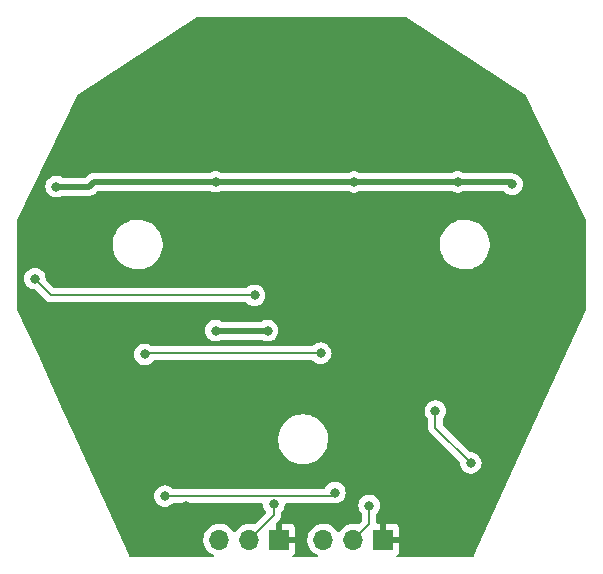
<source format=gbl>
%TF.GenerationSoftware,KiCad,Pcbnew,6.0.4-6f826c9f35~116~ubuntu20.04.1*%
%TF.CreationDate,2022-04-29T21:51:39-06:00*%
%TF.ProjectId,circle-small,63697263-6c65-42d7-936d-616c6c2e6b69,rev?*%
%TF.SameCoordinates,Original*%
%TF.FileFunction,Copper,L2,Bot*%
%TF.FilePolarity,Positive*%
%FSLAX46Y46*%
G04 Gerber Fmt 4.6, Leading zero omitted, Abs format (unit mm)*
G04 Created by KiCad (PCBNEW 6.0.4-6f826c9f35~116~ubuntu20.04.1) date 2022-04-29 21:51:39*
%MOMM*%
%LPD*%
G01*
G04 APERTURE LIST*
%TA.AperFunction,ComponentPad*%
%ADD10R,1.700000X1.700000*%
%TD*%
%TA.AperFunction,ComponentPad*%
%ADD11O,1.700000X1.700000*%
%TD*%
%TA.AperFunction,ViaPad*%
%ADD12C,0.800000*%
%TD*%
%TA.AperFunction,Conductor*%
%ADD13C,0.500000*%
%TD*%
%TA.AperFunction,Conductor*%
%ADD14C,0.200000*%
%TD*%
G04 APERTURE END LIST*
D10*
%TO.P,J2,1,Pin_1*%
%TO.N,GND*%
X59900000Y-69000000D03*
D11*
%TO.P,J2,2,Pin_2*%
%TO.N,/SIG_OUT*%
X57360000Y-69000000D03*
%TO.P,J2,3,Pin_3*%
%TO.N,VCC*%
X54820000Y-69000000D03*
%TD*%
D10*
%TO.P,J1,1,Pin_1*%
%TO.N,GND*%
X51100000Y-69000000D03*
D11*
%TO.P,J1,2,Pin_2*%
%TO.N,/SIG_IN*%
X48560000Y-69000000D03*
%TO.P,J1,3,Pin_3*%
%TO.N,VCC*%
X46020000Y-69000000D03*
%TD*%
D12*
%TO.N,GND*%
X60700000Y-47100000D03*
X69500000Y-55300000D03*
X64000000Y-27900000D03*
X53900000Y-25700000D03*
X40200000Y-28500000D03*
X64000000Y-61400000D03*
X50500000Y-55000000D03*
X44300000Y-54600000D03*
X44400000Y-67400000D03*
X31200000Y-41800000D03*
X30500000Y-50900000D03*
X41400000Y-67700000D03*
X54500000Y-44700000D03*
X47260000Y-44760000D03*
%TO.N,VCC*%
X50100000Y-51300000D03*
X45710000Y-51290000D03*
%TO.N,/SIG_OUT*%
X58700000Y-66100000D03*
%TO.N,Net-(D9-Pad2)*%
X41400000Y-65300000D03*
X55800000Y-65000000D03*
%TO.N,Net-(D8-Pad2)*%
X54600000Y-53200000D03*
X39700000Y-53300000D03*
%TO.N,Net-(D7-Pad2)*%
X64300000Y-58100000D03*
X67300000Y-62500000D03*
%TO.N,VCC*%
X66200000Y-38700000D03*
X32200978Y-39100000D03*
%TO.N,Net-(D1-Pad4)*%
X49000000Y-48300000D03*
X30400000Y-46900000D03*
%TO.N,/SIG_IN*%
X50625270Y-65999500D03*
%TO.N,GND*%
X43200000Y-66100000D03*
X48123553Y-66668397D03*
%TO.N,VCC*%
X57400000Y-38700000D03*
X70800000Y-38900000D03*
X45700000Y-38700000D03*
%TO.N,GND*%
X37500000Y-39900000D03*
X59600000Y-40100000D03*
X69800000Y-40100000D03*
X47300000Y-40100000D03*
X75800000Y-40200000D03*
%TD*%
D13*
%TO.N,GND*%
X54500000Y-44700000D02*
X47320000Y-44700000D01*
X47320000Y-44700000D02*
X47260000Y-44760000D01*
%TO.N,VCC*%
X50100000Y-51300000D02*
X45720000Y-51300000D01*
X45720000Y-51300000D02*
X45710000Y-51290000D01*
D14*
%TO.N,/SIG_OUT*%
X58700000Y-66100000D02*
X58700000Y-67660000D01*
X58700000Y-67660000D02*
X57360000Y-69000000D01*
%TO.N,/SIG_IN*%
X50625270Y-66934730D02*
X50625270Y-65999500D01*
X48560000Y-69000000D02*
X50625270Y-66934730D01*
%TO.N,Net-(D9-Pad2)*%
X41400000Y-65300000D02*
X55500000Y-65300000D01*
X55500000Y-65300000D02*
X55800000Y-65000000D01*
%TO.N,Net-(D8-Pad2)*%
X54600000Y-53200000D02*
X39800000Y-53200000D01*
X39800000Y-53200000D02*
X39700000Y-53300000D01*
%TO.N,Net-(D7-Pad2)*%
X67300000Y-62500000D02*
X64300000Y-59500000D01*
X64300000Y-59500000D02*
X64300000Y-58100000D01*
D13*
%TO.N,VCC*%
X57400000Y-38700000D02*
X66200000Y-38700000D01*
X66200000Y-38700000D02*
X70600000Y-38700000D01*
X35000000Y-39100000D02*
X32200978Y-39100000D01*
D14*
%TO.N,Net-(D1-Pad4)*%
X49000000Y-48300000D02*
X31800000Y-48300000D01*
X31800000Y-48300000D02*
X30400000Y-46900000D01*
D13*
%TO.N,GND*%
X43200000Y-66100000D02*
X47555156Y-66100000D01*
X47555156Y-66100000D02*
X48123553Y-66668397D01*
%TO.N,VCC*%
X45700000Y-38700000D02*
X57400000Y-38700000D01*
X70600000Y-38700000D02*
X70800000Y-38900000D01*
%TO.N,GND*%
X46998623Y-39798623D02*
X47300000Y-40100000D01*
X37601377Y-39798623D02*
X46998623Y-39798623D01*
%TO.N,VCC*%
X45700000Y-38700000D02*
X35400000Y-38700000D01*
%TO.N,GND*%
X37500000Y-39900000D02*
X37601377Y-39798623D01*
%TO.N,VCC*%
X35400000Y-38700000D02*
X35000000Y-39100000D01*
%TO.N,GND*%
X47300000Y-40100000D02*
X59600000Y-40100000D01*
X59600000Y-40100000D02*
X69800000Y-40100000D01*
X69800000Y-40100000D02*
X75700000Y-40100000D01*
X75700000Y-40100000D02*
X75800000Y-40200000D01*
%TD*%
%TA.AperFunction,Conductor*%
%TO.N,GND*%
G36*
X61830495Y-24728880D02*
G01*
X71825098Y-31230224D01*
X71869708Y-31280746D01*
X77028815Y-41890985D01*
X77041500Y-41946083D01*
X77041500Y-49462913D01*
X77030261Y-49514931D01*
X72242272Y-60078124D01*
X67613172Y-70290778D01*
X67555724Y-70417518D01*
X67509383Y-70471305D01*
X67440963Y-70491500D01*
X61119392Y-70491500D01*
X61051271Y-70471498D01*
X61004778Y-70417842D01*
X60994674Y-70347568D01*
X61024168Y-70282988D01*
X61043827Y-70264674D01*
X61105724Y-70218285D01*
X61118285Y-70205724D01*
X61194786Y-70103649D01*
X61203324Y-70088054D01*
X61248478Y-69967606D01*
X61252105Y-69952351D01*
X61257631Y-69901486D01*
X61258000Y-69894672D01*
X61258000Y-69272115D01*
X61253525Y-69256876D01*
X61252135Y-69255671D01*
X61244452Y-69254000D01*
X59772000Y-69254000D01*
X59703879Y-69233998D01*
X59657386Y-69180342D01*
X59646000Y-69128000D01*
X59646000Y-68727885D01*
X60154000Y-68727885D01*
X60158475Y-68743124D01*
X60159865Y-68744329D01*
X60167548Y-68746000D01*
X61239884Y-68746000D01*
X61255123Y-68741525D01*
X61256328Y-68740135D01*
X61257999Y-68732452D01*
X61257999Y-68105331D01*
X61257629Y-68098510D01*
X61252105Y-68047648D01*
X61248479Y-68032396D01*
X61203324Y-67911946D01*
X61194786Y-67896351D01*
X61118285Y-67794276D01*
X61105724Y-67781715D01*
X61003649Y-67705214D01*
X60988054Y-67696676D01*
X60867606Y-67651522D01*
X60852351Y-67647895D01*
X60801486Y-67642369D01*
X60794672Y-67642000D01*
X60172115Y-67642000D01*
X60156876Y-67646475D01*
X60155671Y-67647865D01*
X60154000Y-67655548D01*
X60154000Y-68727885D01*
X59646000Y-68727885D01*
X59646000Y-67660116D01*
X59641525Y-67644877D01*
X59640135Y-67643672D01*
X59632452Y-67642001D01*
X59434500Y-67642001D01*
X59366379Y-67621999D01*
X59319886Y-67568343D01*
X59308500Y-67516001D01*
X59308500Y-66830290D01*
X59328502Y-66762169D01*
X59340864Y-66745980D01*
X59434621Y-66641852D01*
X59434622Y-66641851D01*
X59439040Y-66636944D01*
X59534527Y-66471556D01*
X59593542Y-66289928D01*
X59613504Y-66100000D01*
X59612163Y-66087237D01*
X59594232Y-65916635D01*
X59594232Y-65916633D01*
X59593542Y-65910072D01*
X59534527Y-65728444D01*
X59439040Y-65563056D01*
X59311253Y-65421134D01*
X59156752Y-65308882D01*
X59150724Y-65306198D01*
X59150722Y-65306197D01*
X58988319Y-65233891D01*
X58988318Y-65233891D01*
X58982288Y-65231206D01*
X58888887Y-65211353D01*
X58801944Y-65192872D01*
X58801939Y-65192872D01*
X58795487Y-65191500D01*
X58604513Y-65191500D01*
X58598061Y-65192872D01*
X58598056Y-65192872D01*
X58511113Y-65211353D01*
X58417712Y-65231206D01*
X58411682Y-65233891D01*
X58411681Y-65233891D01*
X58249278Y-65306197D01*
X58249276Y-65306198D01*
X58243248Y-65308882D01*
X58088747Y-65421134D01*
X57960960Y-65563056D01*
X57865473Y-65728444D01*
X57806458Y-65910072D01*
X57805768Y-65916633D01*
X57805768Y-65916635D01*
X57787837Y-66087237D01*
X57786496Y-66100000D01*
X57806458Y-66289928D01*
X57865473Y-66471556D01*
X57960960Y-66636944D01*
X57965378Y-66641851D01*
X57965379Y-66641852D01*
X58059136Y-66745980D01*
X58089854Y-66809987D01*
X58091500Y-66830290D01*
X58091500Y-67355761D01*
X58071498Y-67423882D01*
X58054595Y-67444856D01*
X57845048Y-67654403D01*
X57782736Y-67688429D01*
X57718287Y-67684358D01*
X57718087Y-67685116D01*
X57714256Y-67684104D01*
X57713895Y-67684081D01*
X57713089Y-67683796D01*
X57708212Y-67682069D01*
X57703123Y-67681162D01*
X57703121Y-67681162D01*
X57493373Y-67643800D01*
X57493367Y-67643799D01*
X57488284Y-67642894D01*
X57414452Y-67641992D01*
X57270081Y-67640228D01*
X57270079Y-67640228D01*
X57264911Y-67640165D01*
X57044091Y-67673955D01*
X56831756Y-67743357D01*
X56801443Y-67759137D01*
X56686736Y-67818850D01*
X56633607Y-67846507D01*
X56629474Y-67849610D01*
X56629471Y-67849612D01*
X56554953Y-67905562D01*
X56454965Y-67980635D01*
X56300629Y-68142138D01*
X56193201Y-68299621D01*
X56138293Y-68344621D01*
X56067768Y-68352792D01*
X56004021Y-68321538D01*
X55983324Y-68297054D01*
X55902822Y-68172617D01*
X55902820Y-68172614D01*
X55900014Y-68168277D01*
X55749670Y-68003051D01*
X55745619Y-67999852D01*
X55745615Y-67999848D01*
X55578414Y-67867800D01*
X55578410Y-67867798D01*
X55574359Y-67864598D01*
X55378789Y-67756638D01*
X55373920Y-67754914D01*
X55373916Y-67754912D01*
X55173087Y-67683795D01*
X55173083Y-67683794D01*
X55168212Y-67682069D01*
X55163119Y-67681162D01*
X55163116Y-67681161D01*
X54953373Y-67643800D01*
X54953367Y-67643799D01*
X54948284Y-67642894D01*
X54874452Y-67641992D01*
X54730081Y-67640228D01*
X54730079Y-67640228D01*
X54724911Y-67640165D01*
X54504091Y-67673955D01*
X54291756Y-67743357D01*
X54261443Y-67759137D01*
X54146736Y-67818850D01*
X54093607Y-67846507D01*
X54089474Y-67849610D01*
X54089471Y-67849612D01*
X54014953Y-67905562D01*
X53914965Y-67980635D01*
X53760629Y-68142138D01*
X53634743Y-68326680D01*
X53540688Y-68529305D01*
X53480989Y-68744570D01*
X53457251Y-68966695D01*
X53470110Y-69189715D01*
X53471247Y-69194761D01*
X53471248Y-69194767D01*
X53488680Y-69272115D01*
X53519222Y-69407639D01*
X53603266Y-69614616D01*
X53654942Y-69698944D01*
X53717291Y-69800688D01*
X53719987Y-69805088D01*
X53866250Y-69973938D01*
X54038126Y-70116632D01*
X54231000Y-70229338D01*
X54235825Y-70231180D01*
X54235826Y-70231181D01*
X54279321Y-70247790D01*
X54335824Y-70290778D01*
X54360117Y-70357489D01*
X54344487Y-70426743D01*
X54293896Y-70476554D01*
X54234372Y-70491500D01*
X52319392Y-70491500D01*
X52251271Y-70471498D01*
X52204778Y-70417842D01*
X52194674Y-70347568D01*
X52224168Y-70282988D01*
X52243827Y-70264674D01*
X52305724Y-70218285D01*
X52318285Y-70205724D01*
X52394786Y-70103649D01*
X52403324Y-70088054D01*
X52448478Y-69967606D01*
X52452105Y-69952351D01*
X52457631Y-69901486D01*
X52458000Y-69894672D01*
X52458000Y-69272115D01*
X52453525Y-69256876D01*
X52452135Y-69255671D01*
X52444452Y-69254000D01*
X50972000Y-69254000D01*
X50903879Y-69233998D01*
X50857386Y-69180342D01*
X50846000Y-69128000D01*
X50846000Y-68727885D01*
X51354000Y-68727885D01*
X51358475Y-68743124D01*
X51359865Y-68744329D01*
X51367548Y-68746000D01*
X52439884Y-68746000D01*
X52455123Y-68741525D01*
X52456328Y-68740135D01*
X52457999Y-68732452D01*
X52457999Y-68105331D01*
X52457629Y-68098510D01*
X52452105Y-68047648D01*
X52448479Y-68032396D01*
X52403324Y-67911946D01*
X52394786Y-67896351D01*
X52318285Y-67794276D01*
X52305724Y-67781715D01*
X52203649Y-67705214D01*
X52188054Y-67696676D01*
X52067606Y-67651522D01*
X52052351Y-67647895D01*
X52001486Y-67642369D01*
X51994672Y-67642000D01*
X51372115Y-67642000D01*
X51356876Y-67646475D01*
X51355671Y-67647865D01*
X51354000Y-67655548D01*
X51354000Y-68727885D01*
X50846000Y-68727885D01*
X50846000Y-67642001D01*
X50847639Y-67642001D01*
X50847640Y-67594703D01*
X50879441Y-67541108D01*
X51021504Y-67399045D01*
X51033895Y-67388178D01*
X51052707Y-67373743D01*
X51059257Y-67368717D01*
X51083744Y-67336805D01*
X51083748Y-67336801D01*
X51156794Y-67241606D01*
X51218108Y-67093581D01*
X51229309Y-67008500D01*
X51233770Y-66974615D01*
X51233770Y-66974610D01*
X51239020Y-66934730D01*
X51234848Y-66903037D01*
X51233770Y-66886594D01*
X51233770Y-66729790D01*
X51253772Y-66661669D01*
X51266134Y-66645480D01*
X51359891Y-66541352D01*
X51359895Y-66541347D01*
X51364310Y-66536444D01*
X51459797Y-66371056D01*
X51518812Y-66189428D01*
X51519502Y-66182865D01*
X51536480Y-66021329D01*
X51563493Y-65955673D01*
X51621715Y-65915043D01*
X51661790Y-65908500D01*
X55451864Y-65908500D01*
X55468307Y-65909578D01*
X55500000Y-65913750D01*
X55508189Y-65912672D01*
X55539874Y-65908501D01*
X55539884Y-65908500D01*
X55539885Y-65908500D01*
X55550307Y-65907128D01*
X55620080Y-65897942D01*
X55662724Y-65899618D01*
X55698049Y-65907127D01*
X55698058Y-65907128D01*
X55704513Y-65908500D01*
X55895487Y-65908500D01*
X55901939Y-65907128D01*
X55901944Y-65907128D01*
X55988888Y-65888647D01*
X56082288Y-65868794D01*
X56166668Y-65831226D01*
X56250722Y-65793803D01*
X56250724Y-65793802D01*
X56256752Y-65791118D01*
X56411253Y-65678866D01*
X56539040Y-65536944D01*
X56634527Y-65371556D01*
X56693542Y-65189928D01*
X56713504Y-65000000D01*
X56693542Y-64810072D01*
X56634527Y-64628444D01*
X56539040Y-64463056D01*
X56411253Y-64321134D01*
X56256752Y-64208882D01*
X56250724Y-64206198D01*
X56250722Y-64206197D01*
X56088319Y-64133891D01*
X56088318Y-64133891D01*
X56082288Y-64131206D01*
X55988888Y-64111353D01*
X55901944Y-64092872D01*
X55901939Y-64092872D01*
X55895487Y-64091500D01*
X55704513Y-64091500D01*
X55698061Y-64092872D01*
X55698056Y-64092872D01*
X55611112Y-64111353D01*
X55517712Y-64131206D01*
X55511682Y-64133891D01*
X55511681Y-64133891D01*
X55349278Y-64206197D01*
X55349276Y-64206198D01*
X55343248Y-64208882D01*
X55188747Y-64321134D01*
X55060960Y-64463056D01*
X54965473Y-64628444D01*
X54962824Y-64626915D01*
X54925350Y-64670914D01*
X54856329Y-64691500D01*
X42130710Y-64691500D01*
X42062589Y-64671498D01*
X42037074Y-64649811D01*
X42015668Y-64626037D01*
X42015666Y-64626036D01*
X42011253Y-64621134D01*
X41856752Y-64508882D01*
X41850724Y-64506198D01*
X41850722Y-64506197D01*
X41688319Y-64433891D01*
X41688318Y-64433891D01*
X41682288Y-64431206D01*
X41588887Y-64411353D01*
X41501944Y-64392872D01*
X41501939Y-64392872D01*
X41495487Y-64391500D01*
X41304513Y-64391500D01*
X41298061Y-64392872D01*
X41298056Y-64392872D01*
X41211113Y-64411353D01*
X41117712Y-64431206D01*
X41111682Y-64433891D01*
X41111681Y-64433891D01*
X40949278Y-64506197D01*
X40949276Y-64506198D01*
X40943248Y-64508882D01*
X40788747Y-64621134D01*
X40660960Y-64763056D01*
X40565473Y-64928444D01*
X40506458Y-65110072D01*
X40486496Y-65300000D01*
X40487186Y-65306565D01*
X40499228Y-65421134D01*
X40506458Y-65489928D01*
X40565473Y-65671556D01*
X40660960Y-65836944D01*
X40665378Y-65841851D01*
X40665379Y-65841852D01*
X40732714Y-65916635D01*
X40788747Y-65978866D01*
X40943248Y-66091118D01*
X40949276Y-66093802D01*
X40949278Y-66093803D01*
X41111681Y-66166109D01*
X41117712Y-66168794D01*
X41211113Y-66188647D01*
X41298056Y-66207128D01*
X41298061Y-66207128D01*
X41304513Y-66208500D01*
X41495487Y-66208500D01*
X41501939Y-66207128D01*
X41501944Y-66207128D01*
X41588887Y-66188647D01*
X41682288Y-66168794D01*
X41688319Y-66166109D01*
X41850722Y-66093803D01*
X41850724Y-66093802D01*
X41856752Y-66091118D01*
X42011253Y-65978866D01*
X42037074Y-65950189D01*
X42097520Y-65912950D01*
X42130710Y-65908500D01*
X49588750Y-65908500D01*
X49656871Y-65928502D01*
X49703364Y-65982158D01*
X49714060Y-66021329D01*
X49731038Y-66182865D01*
X49731728Y-66189428D01*
X49790743Y-66371056D01*
X49886230Y-66536444D01*
X49937361Y-66593230D01*
X49968076Y-66657235D01*
X49959313Y-66727688D01*
X49932818Y-66766633D01*
X49045048Y-67654403D01*
X48982736Y-67688429D01*
X48918287Y-67684358D01*
X48918087Y-67685116D01*
X48914256Y-67684104D01*
X48913895Y-67684081D01*
X48913089Y-67683796D01*
X48908212Y-67682069D01*
X48903123Y-67681162D01*
X48903121Y-67681162D01*
X48693373Y-67643800D01*
X48693367Y-67643799D01*
X48688284Y-67642894D01*
X48614452Y-67641992D01*
X48470081Y-67640228D01*
X48470079Y-67640228D01*
X48464911Y-67640165D01*
X48244091Y-67673955D01*
X48031756Y-67743357D01*
X48001443Y-67759137D01*
X47886736Y-67818850D01*
X47833607Y-67846507D01*
X47829474Y-67849610D01*
X47829471Y-67849612D01*
X47754953Y-67905562D01*
X47654965Y-67980635D01*
X47500629Y-68142138D01*
X47393201Y-68299621D01*
X47338293Y-68344621D01*
X47267768Y-68352792D01*
X47204021Y-68321538D01*
X47183324Y-68297054D01*
X47102822Y-68172617D01*
X47102820Y-68172614D01*
X47100014Y-68168277D01*
X46949670Y-68003051D01*
X46945619Y-67999852D01*
X46945615Y-67999848D01*
X46778414Y-67867800D01*
X46778410Y-67867798D01*
X46774359Y-67864598D01*
X46578789Y-67756638D01*
X46573920Y-67754914D01*
X46573916Y-67754912D01*
X46373087Y-67683795D01*
X46373083Y-67683794D01*
X46368212Y-67682069D01*
X46363119Y-67681162D01*
X46363116Y-67681161D01*
X46153373Y-67643800D01*
X46153367Y-67643799D01*
X46148284Y-67642894D01*
X46074452Y-67641992D01*
X45930081Y-67640228D01*
X45930079Y-67640228D01*
X45924911Y-67640165D01*
X45704091Y-67673955D01*
X45491756Y-67743357D01*
X45461443Y-67759137D01*
X45346736Y-67818850D01*
X45293607Y-67846507D01*
X45289474Y-67849610D01*
X45289471Y-67849612D01*
X45214953Y-67905562D01*
X45114965Y-67980635D01*
X44960629Y-68142138D01*
X44834743Y-68326680D01*
X44740688Y-68529305D01*
X44680989Y-68744570D01*
X44657251Y-68966695D01*
X44670110Y-69189715D01*
X44671247Y-69194761D01*
X44671248Y-69194767D01*
X44688680Y-69272115D01*
X44719222Y-69407639D01*
X44803266Y-69614616D01*
X44854942Y-69698944D01*
X44917291Y-69800688D01*
X44919987Y-69805088D01*
X45066250Y-69973938D01*
X45238126Y-70116632D01*
X45431000Y-70229338D01*
X45435825Y-70231180D01*
X45435826Y-70231181D01*
X45479321Y-70247790D01*
X45535824Y-70290778D01*
X45560117Y-70357489D01*
X45544487Y-70426743D01*
X45493896Y-70476554D01*
X45434372Y-70491500D01*
X38509037Y-70491500D01*
X38440916Y-70471498D01*
X38394276Y-70417518D01*
X38336829Y-70290778D01*
X33959103Y-60632703D01*
X50990743Y-60632703D01*
X51028268Y-60917734D01*
X51104129Y-61195036D01*
X51216923Y-61459476D01*
X51364561Y-61706161D01*
X51544313Y-61930528D01*
X51752851Y-62128423D01*
X51986317Y-62296186D01*
X51990112Y-62298195D01*
X51990113Y-62298196D01*
X52011869Y-62309715D01*
X52240392Y-62430712D01*
X52510373Y-62529511D01*
X52791264Y-62590755D01*
X52819841Y-62593004D01*
X53014282Y-62608307D01*
X53014291Y-62608307D01*
X53016739Y-62608500D01*
X53172271Y-62608500D01*
X53174407Y-62608354D01*
X53174418Y-62608354D01*
X53382548Y-62594165D01*
X53382554Y-62594164D01*
X53386825Y-62593873D01*
X53391020Y-62593004D01*
X53391022Y-62593004D01*
X53527583Y-62564724D01*
X53668342Y-62535574D01*
X53939343Y-62439607D01*
X54194812Y-62307750D01*
X54198313Y-62305289D01*
X54198317Y-62305287D01*
X54312417Y-62225096D01*
X54430023Y-62142441D01*
X54640622Y-61946740D01*
X54822713Y-61724268D01*
X54972927Y-61479142D01*
X55088483Y-61215898D01*
X55167244Y-60939406D01*
X55207751Y-60654784D01*
X55207845Y-60636951D01*
X55209235Y-60371583D01*
X55209235Y-60371576D01*
X55209257Y-60367297D01*
X55171732Y-60082266D01*
X55095871Y-59804964D01*
X54983077Y-59540524D01*
X54835439Y-59293839D01*
X54655687Y-59069472D01*
X54447149Y-58871577D01*
X54213683Y-58703814D01*
X54191843Y-58692250D01*
X54096657Y-58641852D01*
X53959608Y-58569288D01*
X53689627Y-58470489D01*
X53408736Y-58409245D01*
X53377685Y-58406801D01*
X53185718Y-58391693D01*
X53185709Y-58391693D01*
X53183261Y-58391500D01*
X53027729Y-58391500D01*
X53025593Y-58391646D01*
X53025582Y-58391646D01*
X52817452Y-58405835D01*
X52817446Y-58405836D01*
X52813175Y-58406127D01*
X52808980Y-58406996D01*
X52808978Y-58406996D01*
X52672417Y-58435276D01*
X52531658Y-58464426D01*
X52260657Y-58560393D01*
X52005188Y-58692250D01*
X52001687Y-58694711D01*
X52001683Y-58694713D01*
X51991594Y-58701804D01*
X51769977Y-58857559D01*
X51559378Y-59053260D01*
X51377287Y-59275732D01*
X51227073Y-59520858D01*
X51111517Y-59784102D01*
X51032756Y-60060594D01*
X50992249Y-60345216D01*
X50992227Y-60349505D01*
X50992226Y-60349512D01*
X50990765Y-60628417D01*
X50990743Y-60632703D01*
X33959103Y-60632703D01*
X33707728Y-60078124D01*
X32811102Y-58100000D01*
X63386496Y-58100000D01*
X63406458Y-58289928D01*
X63465473Y-58471556D01*
X63560960Y-58636944D01*
X63565378Y-58641851D01*
X63565379Y-58641852D01*
X63659136Y-58745980D01*
X63689854Y-58809987D01*
X63691500Y-58830290D01*
X63691500Y-59451864D01*
X63690422Y-59468307D01*
X63686250Y-59500000D01*
X63691500Y-59539880D01*
X63691500Y-59539885D01*
X63704609Y-59639457D01*
X63707162Y-59658851D01*
X63768476Y-59806876D01*
X63773503Y-59813427D01*
X63773504Y-59813429D01*
X63841520Y-59902069D01*
X63841526Y-59902075D01*
X63866013Y-59933987D01*
X63872568Y-59939017D01*
X63891379Y-59953452D01*
X63903770Y-59964319D01*
X66350281Y-62410830D01*
X66384307Y-62473142D01*
X66386841Y-62496716D01*
X66386496Y-62500000D01*
X66406458Y-62689928D01*
X66465473Y-62871556D01*
X66560960Y-63036944D01*
X66688747Y-63178866D01*
X66843248Y-63291118D01*
X66849276Y-63293802D01*
X66849278Y-63293803D01*
X67011681Y-63366109D01*
X67017712Y-63368794D01*
X67111113Y-63388647D01*
X67198056Y-63407128D01*
X67198061Y-63407128D01*
X67204513Y-63408500D01*
X67395487Y-63408500D01*
X67401939Y-63407128D01*
X67401944Y-63407128D01*
X67488887Y-63388647D01*
X67582288Y-63368794D01*
X67588319Y-63366109D01*
X67750722Y-63293803D01*
X67750724Y-63293802D01*
X67756752Y-63291118D01*
X67911253Y-63178866D01*
X68039040Y-63036944D01*
X68134527Y-62871556D01*
X68193542Y-62689928D01*
X68213504Y-62500000D01*
X68193542Y-62310072D01*
X68134527Y-62128444D01*
X68039040Y-61963056D01*
X67911253Y-61821134D01*
X67756752Y-61708882D01*
X67750724Y-61706198D01*
X67750722Y-61706197D01*
X67588319Y-61633891D01*
X67588318Y-61633891D01*
X67582288Y-61631206D01*
X67488888Y-61611353D01*
X67401944Y-61592872D01*
X67401939Y-61592872D01*
X67395487Y-61591500D01*
X67304239Y-61591500D01*
X67236118Y-61571498D01*
X67215144Y-61554595D01*
X64945405Y-59284856D01*
X64911379Y-59222544D01*
X64908500Y-59195761D01*
X64908500Y-58830290D01*
X64928502Y-58762169D01*
X64940864Y-58745980D01*
X65034621Y-58641852D01*
X65034622Y-58641851D01*
X65039040Y-58636944D01*
X65134527Y-58471556D01*
X65193542Y-58289928D01*
X65213504Y-58100000D01*
X65193542Y-57910072D01*
X65134527Y-57728444D01*
X65039040Y-57563056D01*
X64911253Y-57421134D01*
X64756752Y-57308882D01*
X64750724Y-57306198D01*
X64750722Y-57306197D01*
X64588319Y-57233891D01*
X64588318Y-57233891D01*
X64582288Y-57231206D01*
X64488887Y-57211353D01*
X64401944Y-57192872D01*
X64401939Y-57192872D01*
X64395487Y-57191500D01*
X64204513Y-57191500D01*
X64198061Y-57192872D01*
X64198056Y-57192872D01*
X64111113Y-57211353D01*
X64017712Y-57231206D01*
X64011682Y-57233891D01*
X64011681Y-57233891D01*
X63849278Y-57306197D01*
X63849276Y-57306198D01*
X63843248Y-57308882D01*
X63688747Y-57421134D01*
X63560960Y-57563056D01*
X63465473Y-57728444D01*
X63406458Y-57910072D01*
X63386496Y-58100000D01*
X32811102Y-58100000D01*
X30635401Y-53300000D01*
X38786496Y-53300000D01*
X38787186Y-53306565D01*
X38796608Y-53396206D01*
X38806458Y-53489928D01*
X38865473Y-53671556D01*
X38960960Y-53836944D01*
X39088747Y-53978866D01*
X39243248Y-54091118D01*
X39249276Y-54093802D01*
X39249278Y-54093803D01*
X39411681Y-54166109D01*
X39417712Y-54168794D01*
X39511112Y-54188647D01*
X39598056Y-54207128D01*
X39598061Y-54207128D01*
X39604513Y-54208500D01*
X39795487Y-54208500D01*
X39801939Y-54207128D01*
X39801944Y-54207128D01*
X39888888Y-54188647D01*
X39982288Y-54168794D01*
X39988319Y-54166109D01*
X40150722Y-54093803D01*
X40150724Y-54093802D01*
X40156752Y-54091118D01*
X40311253Y-53978866D01*
X40427114Y-53850190D01*
X40487559Y-53812950D01*
X40520749Y-53808500D01*
X53869290Y-53808500D01*
X53937411Y-53828502D01*
X53962926Y-53850189D01*
X53988747Y-53878866D01*
X54010329Y-53894546D01*
X54126385Y-53978866D01*
X54143248Y-53991118D01*
X54149276Y-53993802D01*
X54149278Y-53993803D01*
X54311681Y-54066109D01*
X54317712Y-54068794D01*
X54404479Y-54087237D01*
X54498056Y-54107128D01*
X54498061Y-54107128D01*
X54504513Y-54108500D01*
X54695487Y-54108500D01*
X54701939Y-54107128D01*
X54701944Y-54107128D01*
X54795521Y-54087237D01*
X54882288Y-54068794D01*
X54888319Y-54066109D01*
X55050722Y-53993803D01*
X55050724Y-53993802D01*
X55056752Y-53991118D01*
X55073616Y-53978866D01*
X55112157Y-53950864D01*
X55211253Y-53878866D01*
X55339040Y-53736944D01*
X55434527Y-53571556D01*
X55493542Y-53389928D01*
X55513504Y-53200000D01*
X55504052Y-53110072D01*
X55494232Y-53016635D01*
X55494232Y-53016633D01*
X55493542Y-53010072D01*
X55434527Y-52828444D01*
X55339040Y-52663056D01*
X55252944Y-52567436D01*
X55215675Y-52526045D01*
X55215674Y-52526044D01*
X55211253Y-52521134D01*
X55056752Y-52408882D01*
X55050724Y-52406198D01*
X55050722Y-52406197D01*
X54888319Y-52333891D01*
X54888318Y-52333891D01*
X54882288Y-52331206D01*
X54788888Y-52311353D01*
X54701944Y-52292872D01*
X54701939Y-52292872D01*
X54695487Y-52291500D01*
X54504513Y-52291500D01*
X54498061Y-52292872D01*
X54498056Y-52292872D01*
X54411112Y-52311353D01*
X54317712Y-52331206D01*
X54311682Y-52333891D01*
X54311681Y-52333891D01*
X54149278Y-52406197D01*
X54149276Y-52406198D01*
X54143248Y-52408882D01*
X53988747Y-52521134D01*
X53984334Y-52526036D01*
X53984332Y-52526037D01*
X53962926Y-52549811D01*
X53902480Y-52587050D01*
X53869290Y-52591500D01*
X40311405Y-52591500D01*
X40243284Y-52571498D01*
X40237344Y-52567436D01*
X40162094Y-52512763D01*
X40162093Y-52512762D01*
X40156752Y-52508882D01*
X40150724Y-52506198D01*
X40150722Y-52506197D01*
X39988319Y-52433891D01*
X39988318Y-52433891D01*
X39982288Y-52431206D01*
X39888887Y-52411353D01*
X39801944Y-52392872D01*
X39801939Y-52392872D01*
X39795487Y-52391500D01*
X39604513Y-52391500D01*
X39598061Y-52392872D01*
X39598056Y-52392872D01*
X39511113Y-52411353D01*
X39417712Y-52431206D01*
X39411682Y-52433891D01*
X39411681Y-52433891D01*
X39249278Y-52506197D01*
X39249276Y-52506198D01*
X39243248Y-52508882D01*
X39237907Y-52512762D01*
X39237906Y-52512763D01*
X39219636Y-52526037D01*
X39088747Y-52621134D01*
X38960960Y-52763056D01*
X38865473Y-52928444D01*
X38806458Y-53110072D01*
X38786496Y-53300000D01*
X30635401Y-53300000D01*
X29724326Y-51290000D01*
X44796496Y-51290000D01*
X44816458Y-51479928D01*
X44875473Y-51661556D01*
X44878776Y-51667278D01*
X44878777Y-51667279D01*
X44884551Y-51677279D01*
X44970960Y-51826944D01*
X45098747Y-51968866D01*
X45197843Y-52040864D01*
X45245352Y-52075381D01*
X45253248Y-52081118D01*
X45259276Y-52083802D01*
X45259278Y-52083803D01*
X45275708Y-52091118D01*
X45427712Y-52158794D01*
X45521113Y-52178647D01*
X45608056Y-52197128D01*
X45608061Y-52197128D01*
X45614513Y-52198500D01*
X45805487Y-52198500D01*
X45811939Y-52197128D01*
X45811944Y-52197128D01*
X45898887Y-52178647D01*
X45992288Y-52158794D01*
X46166752Y-52081118D01*
X46172095Y-52077236D01*
X46175308Y-52075381D01*
X46238309Y-52058500D01*
X49557413Y-52058500D01*
X49631472Y-52082563D01*
X49637902Y-52087235D01*
X49637909Y-52087239D01*
X49643248Y-52091118D01*
X49649276Y-52093802D01*
X49649278Y-52093803D01*
X49798333Y-52160166D01*
X49817712Y-52168794D01*
X49911112Y-52188647D01*
X49998056Y-52207128D01*
X49998061Y-52207128D01*
X50004513Y-52208500D01*
X50195487Y-52208500D01*
X50201939Y-52207128D01*
X50201944Y-52207128D01*
X50288887Y-52188647D01*
X50382288Y-52168794D01*
X50401667Y-52160166D01*
X50550722Y-52093803D01*
X50550724Y-52093802D01*
X50556752Y-52091118D01*
X50562097Y-52087235D01*
X50612157Y-52050864D01*
X50711253Y-51978866D01*
X50839040Y-51836944D01*
X50934527Y-51671556D01*
X50993542Y-51489928D01*
X51013504Y-51300000D01*
X50993542Y-51110072D01*
X50934527Y-50928444D01*
X50928754Y-50918444D01*
X50842341Y-50768774D01*
X50839040Y-50763056D01*
X50711253Y-50621134D01*
X50601647Y-50541500D01*
X50562094Y-50512763D01*
X50562093Y-50512762D01*
X50556752Y-50508882D01*
X50550724Y-50506198D01*
X50550722Y-50506197D01*
X50388319Y-50433891D01*
X50388318Y-50433891D01*
X50382288Y-50431206D01*
X50288887Y-50411353D01*
X50201944Y-50392872D01*
X50201939Y-50392872D01*
X50195487Y-50391500D01*
X50004513Y-50391500D01*
X49998061Y-50392872D01*
X49998056Y-50392872D01*
X49911113Y-50411353D01*
X49817712Y-50431206D01*
X49811682Y-50433891D01*
X49811681Y-50433891D01*
X49649278Y-50506197D01*
X49649276Y-50506198D01*
X49643248Y-50508882D01*
X49637909Y-50512761D01*
X49637902Y-50512765D01*
X49631472Y-50517437D01*
X49557413Y-50541500D01*
X46266350Y-50541500D01*
X46198229Y-50521498D01*
X46192307Y-50517449D01*
X46166752Y-50498882D01*
X46160724Y-50496198D01*
X46160722Y-50496197D01*
X45998319Y-50423891D01*
X45998318Y-50423891D01*
X45992288Y-50421206D01*
X45898887Y-50401353D01*
X45811944Y-50382872D01*
X45811939Y-50382872D01*
X45805487Y-50381500D01*
X45614513Y-50381500D01*
X45608061Y-50382872D01*
X45608056Y-50382872D01*
X45521113Y-50401353D01*
X45427712Y-50421206D01*
X45421682Y-50423891D01*
X45421681Y-50423891D01*
X45259278Y-50496197D01*
X45259276Y-50496198D01*
X45253248Y-50498882D01*
X45247907Y-50502762D01*
X45247906Y-50502763D01*
X45234140Y-50512765D01*
X45098747Y-50611134D01*
X44970960Y-50753056D01*
X44875473Y-50918444D01*
X44816458Y-51100072D01*
X44796496Y-51290000D01*
X29724326Y-51290000D01*
X28919739Y-49514931D01*
X28908500Y-49462913D01*
X28908500Y-46900000D01*
X29486496Y-46900000D01*
X29506458Y-47089928D01*
X29565473Y-47271556D01*
X29660960Y-47436944D01*
X29665378Y-47441851D01*
X29665379Y-47441852D01*
X29725733Y-47508882D01*
X29788747Y-47578866D01*
X29943248Y-47691118D01*
X29949276Y-47693802D01*
X29949278Y-47693803D01*
X30104824Y-47763056D01*
X30117712Y-47768794D01*
X30211113Y-47788647D01*
X30298056Y-47807128D01*
X30298061Y-47807128D01*
X30304513Y-47808500D01*
X30395761Y-47808500D01*
X30463882Y-47828502D01*
X30484856Y-47845405D01*
X31335685Y-48696234D01*
X31346552Y-48708625D01*
X31366013Y-48733987D01*
X31397925Y-48758474D01*
X31397928Y-48758477D01*
X31493124Y-48831524D01*
X31641149Y-48892838D01*
X31649336Y-48893916D01*
X31649337Y-48893916D01*
X31660542Y-48895391D01*
X31691738Y-48899498D01*
X31760115Y-48908500D01*
X31760118Y-48908500D01*
X31760126Y-48908501D01*
X31791811Y-48912672D01*
X31800000Y-48913750D01*
X31831693Y-48909578D01*
X31848136Y-48908500D01*
X48269290Y-48908500D01*
X48337411Y-48928502D01*
X48362926Y-48950189D01*
X48388747Y-48978866D01*
X48543248Y-49091118D01*
X48549276Y-49093802D01*
X48549278Y-49093803D01*
X48711681Y-49166109D01*
X48717712Y-49168794D01*
X48811113Y-49188647D01*
X48898056Y-49207128D01*
X48898061Y-49207128D01*
X48904513Y-49208500D01*
X49095487Y-49208500D01*
X49101939Y-49207128D01*
X49101944Y-49207128D01*
X49188887Y-49188647D01*
X49282288Y-49168794D01*
X49288319Y-49166109D01*
X49450722Y-49093803D01*
X49450724Y-49093802D01*
X49456752Y-49091118D01*
X49611253Y-48978866D01*
X49739040Y-48836944D01*
X49834527Y-48671556D01*
X49893542Y-48489928D01*
X49913504Y-48300000D01*
X49893542Y-48110072D01*
X49834527Y-47928444D01*
X49739040Y-47763056D01*
X49676685Y-47693803D01*
X49615675Y-47626045D01*
X49615674Y-47626044D01*
X49611253Y-47621134D01*
X49456752Y-47508882D01*
X49450724Y-47506198D01*
X49450722Y-47506197D01*
X49288319Y-47433891D01*
X49288318Y-47433891D01*
X49282288Y-47431206D01*
X49188887Y-47411353D01*
X49101944Y-47392872D01*
X49101939Y-47392872D01*
X49095487Y-47391500D01*
X48904513Y-47391500D01*
X48898061Y-47392872D01*
X48898056Y-47392872D01*
X48811113Y-47411353D01*
X48717712Y-47431206D01*
X48711682Y-47433891D01*
X48711681Y-47433891D01*
X48549278Y-47506197D01*
X48549276Y-47506198D01*
X48543248Y-47508882D01*
X48388747Y-47621134D01*
X48384334Y-47626036D01*
X48384332Y-47626037D01*
X48362926Y-47649811D01*
X48302480Y-47687050D01*
X48269290Y-47691500D01*
X32104239Y-47691500D01*
X32036118Y-47671498D01*
X32015144Y-47654595D01*
X31349719Y-46989170D01*
X31315693Y-46926858D01*
X31313159Y-46903284D01*
X31313504Y-46900000D01*
X31293542Y-46710072D01*
X31234527Y-46528444D01*
X31139040Y-46363056D01*
X31011253Y-46221134D01*
X30856752Y-46108882D01*
X30850724Y-46106198D01*
X30850722Y-46106197D01*
X30688319Y-46033891D01*
X30688318Y-46033891D01*
X30682288Y-46031206D01*
X30588888Y-46011353D01*
X30501944Y-45992872D01*
X30501939Y-45992872D01*
X30495487Y-45991500D01*
X30304513Y-45991500D01*
X30298061Y-45992872D01*
X30298056Y-45992872D01*
X30211112Y-46011353D01*
X30117712Y-46031206D01*
X30111682Y-46033891D01*
X30111681Y-46033891D01*
X29949278Y-46106197D01*
X29949276Y-46106198D01*
X29943248Y-46108882D01*
X29788747Y-46221134D01*
X29660960Y-46363056D01*
X29565473Y-46528444D01*
X29506458Y-46710072D01*
X29486496Y-46900000D01*
X28908500Y-46900000D01*
X28908500Y-44132703D01*
X36990743Y-44132703D01*
X37028268Y-44417734D01*
X37104129Y-44695036D01*
X37216923Y-44959476D01*
X37364561Y-45206161D01*
X37544313Y-45430528D01*
X37752851Y-45628423D01*
X37986317Y-45796186D01*
X37990112Y-45798195D01*
X37990113Y-45798196D01*
X38011869Y-45809715D01*
X38240392Y-45930712D01*
X38510373Y-46029511D01*
X38791264Y-46090755D01*
X38819841Y-46093004D01*
X39014282Y-46108307D01*
X39014291Y-46108307D01*
X39016739Y-46108500D01*
X39172271Y-46108500D01*
X39174407Y-46108354D01*
X39174418Y-46108354D01*
X39382548Y-46094165D01*
X39382554Y-46094164D01*
X39386825Y-46093873D01*
X39391020Y-46093004D01*
X39391022Y-46093004D01*
X39527583Y-46064724D01*
X39668342Y-46035574D01*
X39939343Y-45939607D01*
X40194812Y-45807750D01*
X40198313Y-45805289D01*
X40198317Y-45805287D01*
X40312418Y-45725095D01*
X40430023Y-45642441D01*
X40640622Y-45446740D01*
X40822713Y-45224268D01*
X40972927Y-44979142D01*
X41088483Y-44715898D01*
X41167244Y-44439406D01*
X41207751Y-44154784D01*
X41207845Y-44136951D01*
X41207867Y-44132703D01*
X64690743Y-44132703D01*
X64728268Y-44417734D01*
X64804129Y-44695036D01*
X64916923Y-44959476D01*
X65064561Y-45206161D01*
X65244313Y-45430528D01*
X65452851Y-45628423D01*
X65686317Y-45796186D01*
X65690112Y-45798195D01*
X65690113Y-45798196D01*
X65711869Y-45809715D01*
X65940392Y-45930712D01*
X66210373Y-46029511D01*
X66491264Y-46090755D01*
X66519841Y-46093004D01*
X66714282Y-46108307D01*
X66714291Y-46108307D01*
X66716739Y-46108500D01*
X66872271Y-46108500D01*
X66874407Y-46108354D01*
X66874418Y-46108354D01*
X67082548Y-46094165D01*
X67082554Y-46094164D01*
X67086825Y-46093873D01*
X67091020Y-46093004D01*
X67091022Y-46093004D01*
X67227584Y-46064723D01*
X67368342Y-46035574D01*
X67639343Y-45939607D01*
X67894812Y-45807750D01*
X67898313Y-45805289D01*
X67898317Y-45805287D01*
X68012418Y-45725095D01*
X68130023Y-45642441D01*
X68340622Y-45446740D01*
X68522713Y-45224268D01*
X68672927Y-44979142D01*
X68788483Y-44715898D01*
X68867244Y-44439406D01*
X68907751Y-44154784D01*
X68907845Y-44136951D01*
X68909235Y-43871583D01*
X68909235Y-43871576D01*
X68909257Y-43867297D01*
X68871732Y-43582266D01*
X68795871Y-43304964D01*
X68683077Y-43040524D01*
X68535439Y-42793839D01*
X68355687Y-42569472D01*
X68147149Y-42371577D01*
X67913683Y-42203814D01*
X67891843Y-42192250D01*
X67868654Y-42179972D01*
X67659608Y-42069288D01*
X67389627Y-41970489D01*
X67108736Y-41909245D01*
X67077685Y-41906801D01*
X66885718Y-41891693D01*
X66885709Y-41891693D01*
X66883261Y-41891500D01*
X66727729Y-41891500D01*
X66725593Y-41891646D01*
X66725582Y-41891646D01*
X66517452Y-41905835D01*
X66517446Y-41905836D01*
X66513175Y-41906127D01*
X66508980Y-41906996D01*
X66508978Y-41906996D01*
X66460318Y-41917073D01*
X66231658Y-41964426D01*
X65960657Y-42060393D01*
X65705188Y-42192250D01*
X65701687Y-42194711D01*
X65701683Y-42194713D01*
X65691594Y-42201804D01*
X65469977Y-42357559D01*
X65259378Y-42553260D01*
X65077287Y-42775732D01*
X64927073Y-43020858D01*
X64811517Y-43284102D01*
X64732756Y-43560594D01*
X64692249Y-43845216D01*
X64692227Y-43849505D01*
X64692226Y-43849512D01*
X64690765Y-44128417D01*
X64690743Y-44132703D01*
X41207867Y-44132703D01*
X41209235Y-43871583D01*
X41209235Y-43871576D01*
X41209257Y-43867297D01*
X41171732Y-43582266D01*
X41095871Y-43304964D01*
X40983077Y-43040524D01*
X40835439Y-42793839D01*
X40655687Y-42569472D01*
X40447149Y-42371577D01*
X40213683Y-42203814D01*
X40191843Y-42192250D01*
X40168654Y-42179972D01*
X39959608Y-42069288D01*
X39689627Y-41970489D01*
X39408736Y-41909245D01*
X39377685Y-41906801D01*
X39185718Y-41891693D01*
X39185709Y-41891693D01*
X39183261Y-41891500D01*
X39027729Y-41891500D01*
X39025593Y-41891646D01*
X39025582Y-41891646D01*
X38817452Y-41905835D01*
X38817446Y-41905836D01*
X38813175Y-41906127D01*
X38808980Y-41906996D01*
X38808978Y-41906996D01*
X38760318Y-41917073D01*
X38531658Y-41964426D01*
X38260657Y-42060393D01*
X38005188Y-42192250D01*
X38001687Y-42194711D01*
X38001683Y-42194713D01*
X37991594Y-42201804D01*
X37769977Y-42357559D01*
X37559378Y-42553260D01*
X37377287Y-42775732D01*
X37227073Y-43020858D01*
X37111517Y-43284102D01*
X37032756Y-43560594D01*
X36992249Y-43845216D01*
X36992227Y-43849505D01*
X36992226Y-43849512D01*
X36990765Y-44128417D01*
X36990743Y-44132703D01*
X28908500Y-44132703D01*
X28908500Y-41946083D01*
X28921185Y-41890985D01*
X30278270Y-39100000D01*
X31287474Y-39100000D01*
X31288164Y-39106565D01*
X31306107Y-39277279D01*
X31307436Y-39289928D01*
X31366451Y-39471556D01*
X31461938Y-39636944D01*
X31466356Y-39641851D01*
X31466357Y-39641852D01*
X31580656Y-39768794D01*
X31589725Y-39778866D01*
X31628624Y-39807128D01*
X31738882Y-39887235D01*
X31744226Y-39891118D01*
X31750254Y-39893802D01*
X31750256Y-39893803D01*
X31912659Y-39966109D01*
X31918690Y-39968794D01*
X32012090Y-39988647D01*
X32099034Y-40007128D01*
X32099039Y-40007128D01*
X32105491Y-40008500D01*
X32296465Y-40008500D01*
X32302917Y-40007128D01*
X32302922Y-40007128D01*
X32389866Y-39988647D01*
X32483266Y-39968794D01*
X32489297Y-39966109D01*
X32651700Y-39893803D01*
X32651702Y-39893802D01*
X32657730Y-39891118D01*
X32663069Y-39887239D01*
X32663076Y-39887235D01*
X32669506Y-39882563D01*
X32743565Y-39858500D01*
X34932930Y-39858500D01*
X34951880Y-39859933D01*
X34966115Y-39862099D01*
X34966119Y-39862099D01*
X34973349Y-39863199D01*
X34980641Y-39862606D01*
X34980644Y-39862606D01*
X35026018Y-39858915D01*
X35036233Y-39858500D01*
X35044293Y-39858500D01*
X35057583Y-39856951D01*
X35072507Y-39855211D01*
X35076882Y-39854778D01*
X35142339Y-39849454D01*
X35142342Y-39849453D01*
X35149637Y-39848860D01*
X35156601Y-39846604D01*
X35162560Y-39845413D01*
X35168415Y-39844029D01*
X35175681Y-39843182D01*
X35244327Y-39818265D01*
X35248455Y-39816848D01*
X35310936Y-39796607D01*
X35310938Y-39796606D01*
X35317899Y-39794351D01*
X35324154Y-39790555D01*
X35329628Y-39788049D01*
X35335058Y-39785330D01*
X35341937Y-39782833D01*
X35402976Y-39742814D01*
X35406680Y-39740477D01*
X35469107Y-39702595D01*
X35477484Y-39695197D01*
X35477508Y-39695224D01*
X35480500Y-39692571D01*
X35483733Y-39689868D01*
X35489852Y-39685856D01*
X35543128Y-39629617D01*
X35545506Y-39627175D01*
X35677276Y-39495405D01*
X35739588Y-39461379D01*
X35766371Y-39458500D01*
X45157413Y-39458500D01*
X45231472Y-39482563D01*
X45237902Y-39487235D01*
X45237909Y-39487239D01*
X45243248Y-39491118D01*
X45249276Y-39493802D01*
X45249278Y-39493803D01*
X45263624Y-39500190D01*
X45417712Y-39568794D01*
X45483365Y-39582749D01*
X45598056Y-39607128D01*
X45598061Y-39607128D01*
X45604513Y-39608500D01*
X45795487Y-39608500D01*
X45801939Y-39607128D01*
X45801944Y-39607128D01*
X45916635Y-39582749D01*
X45982288Y-39568794D01*
X46136376Y-39500190D01*
X46150722Y-39493803D01*
X46150724Y-39493802D01*
X46156752Y-39491118D01*
X46162091Y-39487239D01*
X46162098Y-39487235D01*
X46168528Y-39482563D01*
X46242587Y-39458500D01*
X56857413Y-39458500D01*
X56931472Y-39482563D01*
X56937902Y-39487235D01*
X56937909Y-39487239D01*
X56943248Y-39491118D01*
X56949276Y-39493802D01*
X56949278Y-39493803D01*
X56963624Y-39500190D01*
X57117712Y-39568794D01*
X57183365Y-39582749D01*
X57298056Y-39607128D01*
X57298061Y-39607128D01*
X57304513Y-39608500D01*
X57495487Y-39608500D01*
X57501939Y-39607128D01*
X57501944Y-39607128D01*
X57616635Y-39582749D01*
X57682288Y-39568794D01*
X57836376Y-39500190D01*
X57850722Y-39493803D01*
X57850724Y-39493802D01*
X57856752Y-39491118D01*
X57862091Y-39487239D01*
X57862098Y-39487235D01*
X57868528Y-39482563D01*
X57942587Y-39458500D01*
X65657413Y-39458500D01*
X65731472Y-39482563D01*
X65737902Y-39487235D01*
X65737909Y-39487239D01*
X65743248Y-39491118D01*
X65749276Y-39493802D01*
X65749278Y-39493803D01*
X65763624Y-39500190D01*
X65917712Y-39568794D01*
X65983365Y-39582749D01*
X66098056Y-39607128D01*
X66098061Y-39607128D01*
X66104513Y-39608500D01*
X66295487Y-39608500D01*
X66301939Y-39607128D01*
X66301944Y-39607128D01*
X66416635Y-39582749D01*
X66482288Y-39568794D01*
X66636376Y-39500190D01*
X66650722Y-39493803D01*
X66650724Y-39493802D01*
X66656752Y-39491118D01*
X66662091Y-39487239D01*
X66662098Y-39487235D01*
X66668528Y-39482563D01*
X66742587Y-39458500D01*
X70024271Y-39458500D01*
X70092392Y-39478502D01*
X70117907Y-39500190D01*
X70177261Y-39566109D01*
X70188747Y-39578866D01*
X70287843Y-39650864D01*
X70336006Y-39685856D01*
X70343248Y-39691118D01*
X70349276Y-39693802D01*
X70349278Y-39693803D01*
X70511681Y-39766109D01*
X70517712Y-39768794D01*
X70605251Y-39787401D01*
X70698056Y-39807128D01*
X70698061Y-39807128D01*
X70704513Y-39808500D01*
X70895487Y-39808500D01*
X70901939Y-39807128D01*
X70901944Y-39807128D01*
X70994749Y-39787401D01*
X71082288Y-39768794D01*
X71088319Y-39766109D01*
X71250722Y-39693803D01*
X71250724Y-39693802D01*
X71256752Y-39691118D01*
X71263995Y-39685856D01*
X71312157Y-39650864D01*
X71411253Y-39578866D01*
X71420322Y-39568794D01*
X71534621Y-39441852D01*
X71534622Y-39441851D01*
X71539040Y-39436944D01*
X71634527Y-39271556D01*
X71693542Y-39089928D01*
X71713504Y-38900000D01*
X71695473Y-38728444D01*
X71694232Y-38716635D01*
X71694232Y-38716633D01*
X71693542Y-38710072D01*
X71634527Y-38528444D01*
X71539040Y-38363056D01*
X71422740Y-38233891D01*
X71415675Y-38226045D01*
X71415674Y-38226044D01*
X71411253Y-38221134D01*
X71271303Y-38119454D01*
X71262094Y-38112763D01*
X71262093Y-38112762D01*
X71256752Y-38108882D01*
X71250724Y-38106198D01*
X71250722Y-38106197D01*
X71088319Y-38033891D01*
X71088318Y-38033891D01*
X71082288Y-38031206D01*
X70895487Y-37991500D01*
X70893331Y-37991500D01*
X70869467Y-37985903D01*
X70866192Y-37984231D01*
X70859084Y-37982492D01*
X70853435Y-37980391D01*
X70847678Y-37978476D01*
X70841050Y-37975378D01*
X70769583Y-37960513D01*
X70765299Y-37959543D01*
X70730958Y-37951140D01*
X70694390Y-37942192D01*
X70688788Y-37941844D01*
X70688785Y-37941844D01*
X70683236Y-37941500D01*
X70683238Y-37941464D01*
X70679245Y-37941225D01*
X70675053Y-37940851D01*
X70667885Y-37939360D01*
X70604120Y-37941085D01*
X70590479Y-37941454D01*
X70587072Y-37941500D01*
X66742587Y-37941500D01*
X66668528Y-37917437D01*
X66662098Y-37912765D01*
X66662091Y-37912761D01*
X66656752Y-37908882D01*
X66650724Y-37906198D01*
X66650722Y-37906197D01*
X66488319Y-37833891D01*
X66488318Y-37833891D01*
X66482288Y-37831206D01*
X66388888Y-37811353D01*
X66301944Y-37792872D01*
X66301939Y-37792872D01*
X66295487Y-37791500D01*
X66104513Y-37791500D01*
X66098061Y-37792872D01*
X66098056Y-37792872D01*
X66011112Y-37811353D01*
X65917712Y-37831206D01*
X65911682Y-37833891D01*
X65911681Y-37833891D01*
X65749278Y-37906197D01*
X65749276Y-37906198D01*
X65743248Y-37908882D01*
X65737909Y-37912761D01*
X65737902Y-37912765D01*
X65731472Y-37917437D01*
X65657413Y-37941500D01*
X57942587Y-37941500D01*
X57868528Y-37917437D01*
X57862098Y-37912765D01*
X57862091Y-37912761D01*
X57856752Y-37908882D01*
X57850724Y-37906198D01*
X57850722Y-37906197D01*
X57688319Y-37833891D01*
X57688318Y-37833891D01*
X57682288Y-37831206D01*
X57588888Y-37811353D01*
X57501944Y-37792872D01*
X57501939Y-37792872D01*
X57495487Y-37791500D01*
X57304513Y-37791500D01*
X57298061Y-37792872D01*
X57298056Y-37792872D01*
X57211112Y-37811353D01*
X57117712Y-37831206D01*
X57111682Y-37833891D01*
X57111681Y-37833891D01*
X56949278Y-37906197D01*
X56949276Y-37906198D01*
X56943248Y-37908882D01*
X56937909Y-37912761D01*
X56937902Y-37912765D01*
X56931472Y-37917437D01*
X56857413Y-37941500D01*
X46242587Y-37941500D01*
X46168528Y-37917437D01*
X46162098Y-37912765D01*
X46162091Y-37912761D01*
X46156752Y-37908882D01*
X46150724Y-37906198D01*
X46150722Y-37906197D01*
X45988319Y-37833891D01*
X45988318Y-37833891D01*
X45982288Y-37831206D01*
X45888888Y-37811353D01*
X45801944Y-37792872D01*
X45801939Y-37792872D01*
X45795487Y-37791500D01*
X45604513Y-37791500D01*
X45598061Y-37792872D01*
X45598056Y-37792872D01*
X45511112Y-37811353D01*
X45417712Y-37831206D01*
X45411682Y-37833891D01*
X45411681Y-37833891D01*
X45249278Y-37906197D01*
X45249276Y-37906198D01*
X45243248Y-37908882D01*
X45237909Y-37912761D01*
X45237902Y-37912765D01*
X45231472Y-37917437D01*
X45157413Y-37941500D01*
X35467063Y-37941500D01*
X35448114Y-37940067D01*
X35447907Y-37940036D01*
X35426651Y-37936802D01*
X35419359Y-37937395D01*
X35419356Y-37937395D01*
X35373991Y-37941085D01*
X35363777Y-37941500D01*
X35355707Y-37941500D01*
X35352087Y-37941922D01*
X35352069Y-37941923D01*
X35327461Y-37944792D01*
X35323100Y-37945224D01*
X35297981Y-37947267D01*
X35257661Y-37950546D01*
X35257658Y-37950547D01*
X35250363Y-37951140D01*
X35243399Y-37953396D01*
X35237440Y-37954587D01*
X35231585Y-37955971D01*
X35224319Y-37956818D01*
X35155673Y-37981735D01*
X35151545Y-37983152D01*
X35089064Y-38003393D01*
X35089062Y-38003394D01*
X35082101Y-38005649D01*
X35075846Y-38009445D01*
X35070372Y-38011951D01*
X35064942Y-38014670D01*
X35058063Y-38017167D01*
X34997016Y-38057191D01*
X34993327Y-38059518D01*
X34973135Y-38071771D01*
X34935693Y-38094491D01*
X34935688Y-38094495D01*
X34930892Y-38097405D01*
X34922516Y-38104803D01*
X34922493Y-38104777D01*
X34919503Y-38107426D01*
X34916264Y-38110134D01*
X34910148Y-38114144D01*
X34905121Y-38119451D01*
X34905117Y-38119454D01*
X34856872Y-38170383D01*
X34854494Y-38172825D01*
X34722724Y-38304595D01*
X34660412Y-38338621D01*
X34633629Y-38341500D01*
X32743565Y-38341500D01*
X32669506Y-38317437D01*
X32663076Y-38312765D01*
X32663069Y-38312761D01*
X32657730Y-38308882D01*
X32651702Y-38306198D01*
X32651700Y-38306197D01*
X32489297Y-38233891D01*
X32489296Y-38233891D01*
X32483266Y-38231206D01*
X32389865Y-38211353D01*
X32302922Y-38192872D01*
X32302917Y-38192872D01*
X32296465Y-38191500D01*
X32105491Y-38191500D01*
X32099039Y-38192872D01*
X32099034Y-38192872D01*
X32012091Y-38211353D01*
X31918690Y-38231206D01*
X31912660Y-38233891D01*
X31912659Y-38233891D01*
X31750256Y-38306197D01*
X31750254Y-38306198D01*
X31744226Y-38308882D01*
X31738885Y-38312762D01*
X31738884Y-38312763D01*
X31732451Y-38317437D01*
X31589725Y-38421134D01*
X31461938Y-38563056D01*
X31366451Y-38728444D01*
X31307436Y-38910072D01*
X31287474Y-39100000D01*
X30278270Y-39100000D01*
X34080293Y-31280745D01*
X34124903Y-31230223D01*
X44119503Y-24728880D01*
X44188208Y-24708500D01*
X61761790Y-24708500D01*
X61830495Y-24728880D01*
G37*
%TD.AperFunction*%
%TD*%
M02*

</source>
